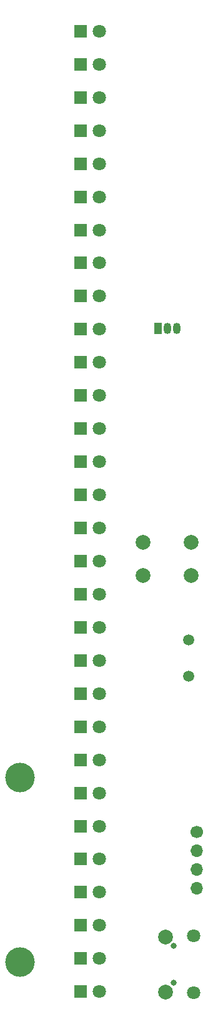
<source format=gbr>
%TF.GenerationSoftware,KiCad,Pcbnew,8.0.7*%
%TF.CreationDate,2025-01-01T13:33:22+01:00*%
%TF.ProjectId,termometer_kombo,7465726d-6f6d-4657-9465-725f6b6f6d62,rev?*%
%TF.SameCoordinates,Original*%
%TF.FileFunction,Soldermask,Bot*%
%TF.FilePolarity,Negative*%
%FSLAX46Y46*%
G04 Gerber Fmt 4.6, Leading zero omitted, Abs format (unit mm)*
G04 Created by KiCad (PCBNEW 8.0.7) date 2025-01-01 13:33:22*
%MOMM*%
%LPD*%
G01*
G04 APERTURE LIST*
%ADD10R,1.800000X1.800000*%
%ADD11C,1.800000*%
%ADD12C,4.000000*%
%ADD13C,1.700000*%
%ADD14O,1.700000X1.700000*%
%ADD15C,1.500000*%
%ADD16C,2.000000*%
%ADD17R,1.050000X1.500000*%
%ADD18O,1.050000X1.500000*%
%ADD19C,0.800000*%
G04 APERTURE END LIST*
D10*
%TO.C,D26*%
X100230000Y-141068900D03*
D11*
X102770000Y-141068900D03*
%TD*%
D10*
%TO.C,D24*%
X100230000Y-132103400D03*
D11*
X102770000Y-132103400D03*
%TD*%
D10*
%TO.C,D1*%
X100230000Y-29000000D03*
D11*
X102770000Y-29000000D03*
%TD*%
D10*
%TO.C,D19*%
X100230000Y-109689600D03*
D11*
X102770000Y-109689600D03*
%TD*%
D10*
%TO.C,D7*%
X100230000Y-55896500D03*
D11*
X102770000Y-55896500D03*
%TD*%
D10*
%TO.C,D27*%
X100230000Y-145551700D03*
D11*
X102770000Y-145551700D03*
%TD*%
D10*
%TO.C,D11*%
X100230000Y-73827600D03*
D11*
X102770000Y-73827600D03*
%TD*%
D10*
%TO.C,D2*%
X100230000Y-33482800D03*
D11*
X102770000Y-33482800D03*
%TD*%
D10*
%TO.C,D3*%
X100230000Y-37965500D03*
D11*
X102770000Y-37965500D03*
%TD*%
D10*
%TO.C,D10*%
X100230000Y-69344800D03*
D11*
X102770000Y-69344800D03*
%TD*%
D10*
%TO.C,D30*%
X100230000Y-159000000D03*
D11*
X102770000Y-159000000D03*
%TD*%
D10*
%TO.C,D20*%
X100230000Y-114172400D03*
D11*
X102770000Y-114172400D03*
%TD*%
D12*
%TO.C,REF2*%
X92000000Y-155000000D03*
%TD*%
D10*
%TO.C,D14*%
X100230000Y-87275900D03*
D11*
X102770000Y-87275900D03*
%TD*%
D10*
%TO.C,D16*%
X100230000Y-96241400D03*
D11*
X102770000Y-96241400D03*
%TD*%
D10*
%TO.C,D15*%
X100230000Y-91758600D03*
D11*
X102770000Y-91758600D03*
%TD*%
D10*
%TO.C,D9*%
X100230000Y-64862100D03*
D11*
X102770000Y-64862100D03*
%TD*%
D13*
%TO.C,J2*%
X116000000Y-137400000D03*
D14*
X116000000Y-139940000D03*
X116000000Y-142480000D03*
X116000000Y-145020000D03*
%TD*%
D10*
%TO.C,D5*%
X100230000Y-46931000D03*
D11*
X102770000Y-46931000D03*
%TD*%
D10*
%TO.C,D4*%
X100230000Y-42448300D03*
D11*
X102770000Y-42448300D03*
%TD*%
D10*
%TO.C,D13*%
X100230000Y-82793100D03*
D11*
X102770000Y-82793100D03*
%TD*%
D10*
%TO.C,D6*%
X100230000Y-51413800D03*
D11*
X102770000Y-51413800D03*
%TD*%
D10*
%TO.C,D23*%
X100230000Y-127620700D03*
D11*
X102770000Y-127620700D03*
%TD*%
D15*
%TO.C,Y1*%
X114900000Y-111400000D03*
X114900000Y-116300000D03*
%TD*%
D10*
%TO.C,D18*%
X100230000Y-105206900D03*
D11*
X102770000Y-105206900D03*
%TD*%
D10*
%TO.C,D29*%
X100230000Y-154517200D03*
D11*
X102770000Y-154517200D03*
%TD*%
D10*
%TO.C,D22*%
X100230000Y-123137900D03*
D11*
X102770000Y-123137900D03*
%TD*%
D10*
%TO.C,D21*%
X100230000Y-118655200D03*
D11*
X102770000Y-118655200D03*
%TD*%
D16*
%TO.C,SW1*%
X115200000Y-102700000D03*
X108700000Y-102700000D03*
X115200000Y-98200000D03*
X108700000Y-98200000D03*
%TD*%
D17*
%TO.C,U3*%
X110730000Y-69200000D03*
D18*
X112000000Y-69200000D03*
X113270000Y-69200000D03*
%TD*%
D10*
%TO.C,D28*%
X100230000Y-150034500D03*
D11*
X102770000Y-150034500D03*
%TD*%
D12*
%TO.C,REF2*%
X92000000Y-130000000D03*
%TD*%
D19*
%TO.C,J1*%
X112850000Y-157805000D03*
X112850000Y-152805000D03*
D11*
X115600000Y-159180000D03*
D16*
X111800000Y-159030000D03*
X111800000Y-151580000D03*
D11*
X115600000Y-151430000D03*
%TD*%
D10*
%TO.C,D8*%
X100230000Y-60379300D03*
D11*
X102770000Y-60379300D03*
%TD*%
D10*
%TO.C,D17*%
X100230000Y-100724100D03*
D11*
X102770000Y-100724100D03*
%TD*%
D10*
%TO.C,D12*%
X100230000Y-78310300D03*
D11*
X102770000Y-78310300D03*
%TD*%
D10*
%TO.C,D25*%
X100230000Y-136586200D03*
D11*
X102770000Y-136586200D03*
%TD*%
M02*

</source>
